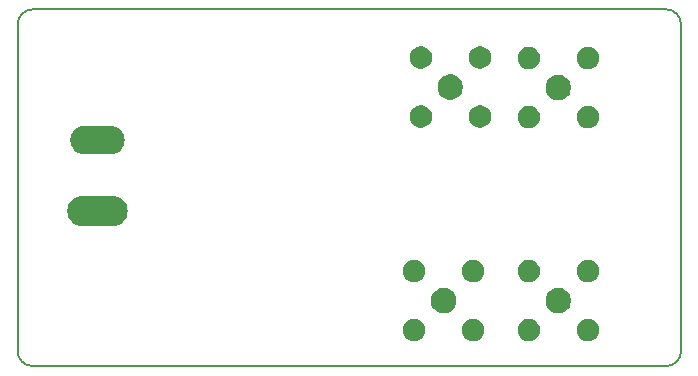
<source format=gbr>
G04 #@! TF.GenerationSoftware,KiCad,Pcbnew,(5.0.2)-1*
G04 #@! TF.CreationDate,2019-08-18T14:38:27-04:00*
G04 #@! TF.ProjectId,regulated-SEPIC-converter,72656775-6c61-4746-9564-2d5345504943,rev?*
G04 #@! TF.SameCoordinates,Original*
G04 #@! TF.FileFunction,Soldermask,Bot*
G04 #@! TF.FilePolarity,Negative*
%FSLAX46Y46*%
G04 Gerber Fmt 4.6, Leading zero omitted, Abs format (unit mm)*
G04 Created by KiCad (PCBNEW (5.0.2)-1) date 8/18/2019 2:38:27 PM*
%MOMM*%
%LPD*%
G01*
G04 APERTURE LIST*
%ADD10C,0.150000*%
%ADD11C,0.100000*%
G04 APERTURE END LIST*
D10*
X142989300Y-105346500D02*
X142989300Y-77724000D01*
X142989300Y-105346500D02*
G75*
G02X141693900Y-106641900I-1295400J0D01*
G01*
X141693900Y-76428600D02*
G75*
G02X142989300Y-77724000I0J-1295400D01*
G01*
X86804500Y-77724000D02*
G75*
G02X88099900Y-76428600I1295400J0D01*
G01*
X88099900Y-106641900D02*
G75*
G02X86804500Y-105346500I0J1295400D01*
G01*
X141693900Y-76428600D02*
X88099900Y-76428600D01*
X86804500Y-105346500D02*
X86804500Y-77724000D01*
X141693900Y-106641900D02*
X88099900Y-106641900D01*
D11*
G36*
X130365396Y-102677546D02*
X130538466Y-102749234D01*
X130694230Y-102853312D01*
X130826688Y-102985770D01*
X130930766Y-103141534D01*
X131002454Y-103314604D01*
X131039000Y-103498333D01*
X131039000Y-103685667D01*
X131002454Y-103869396D01*
X130930766Y-104042466D01*
X130826688Y-104198230D01*
X130694230Y-104330688D01*
X130538466Y-104434766D01*
X130365396Y-104506454D01*
X130181667Y-104543000D01*
X129994333Y-104543000D01*
X129810604Y-104506454D01*
X129637534Y-104434766D01*
X129481770Y-104330688D01*
X129349312Y-104198230D01*
X129245234Y-104042466D01*
X129173546Y-103869396D01*
X129137000Y-103685667D01*
X129137000Y-103498333D01*
X129173546Y-103314604D01*
X129245234Y-103141534D01*
X129349312Y-102985770D01*
X129481770Y-102853312D01*
X129637534Y-102749234D01*
X129810604Y-102677546D01*
X129994333Y-102641000D01*
X130181667Y-102641000D01*
X130365396Y-102677546D01*
X130365396Y-102677546D01*
G37*
G36*
X120662596Y-102677546D02*
X120835666Y-102749234D01*
X120991430Y-102853312D01*
X121123888Y-102985770D01*
X121227966Y-103141534D01*
X121299654Y-103314604D01*
X121336200Y-103498333D01*
X121336200Y-103685667D01*
X121299654Y-103869396D01*
X121227966Y-104042466D01*
X121123888Y-104198230D01*
X120991430Y-104330688D01*
X120835666Y-104434766D01*
X120662596Y-104506454D01*
X120478867Y-104543000D01*
X120291533Y-104543000D01*
X120107804Y-104506454D01*
X119934734Y-104434766D01*
X119778970Y-104330688D01*
X119646512Y-104198230D01*
X119542434Y-104042466D01*
X119470746Y-103869396D01*
X119434200Y-103685667D01*
X119434200Y-103498333D01*
X119470746Y-103314604D01*
X119542434Y-103141534D01*
X119646512Y-102985770D01*
X119778970Y-102853312D01*
X119934734Y-102749234D01*
X120107804Y-102677546D01*
X120291533Y-102641000D01*
X120478867Y-102641000D01*
X120662596Y-102677546D01*
X120662596Y-102677546D01*
G37*
G36*
X125662596Y-102677546D02*
X125835666Y-102749234D01*
X125991430Y-102853312D01*
X126123888Y-102985770D01*
X126227966Y-103141534D01*
X126299654Y-103314604D01*
X126336200Y-103498333D01*
X126336200Y-103685667D01*
X126299654Y-103869396D01*
X126227966Y-104042466D01*
X126123888Y-104198230D01*
X125991430Y-104330688D01*
X125835666Y-104434766D01*
X125662596Y-104506454D01*
X125478867Y-104543000D01*
X125291533Y-104543000D01*
X125107804Y-104506454D01*
X124934734Y-104434766D01*
X124778970Y-104330688D01*
X124646512Y-104198230D01*
X124542434Y-104042466D01*
X124470746Y-103869396D01*
X124434200Y-103685667D01*
X124434200Y-103498333D01*
X124470746Y-103314604D01*
X124542434Y-103141534D01*
X124646512Y-102985770D01*
X124778970Y-102853312D01*
X124934734Y-102749234D01*
X125107804Y-102677546D01*
X125291533Y-102641000D01*
X125478867Y-102641000D01*
X125662596Y-102677546D01*
X125662596Y-102677546D01*
G37*
G36*
X135365396Y-102677546D02*
X135538466Y-102749234D01*
X135694230Y-102853312D01*
X135826688Y-102985770D01*
X135930766Y-103141534D01*
X136002454Y-103314604D01*
X136039000Y-103498333D01*
X136039000Y-103685667D01*
X136002454Y-103869396D01*
X135930766Y-104042466D01*
X135826688Y-104198230D01*
X135694230Y-104330688D01*
X135538466Y-104434766D01*
X135365396Y-104506454D01*
X135181667Y-104543000D01*
X134994333Y-104543000D01*
X134810604Y-104506454D01*
X134637534Y-104434766D01*
X134481770Y-104330688D01*
X134349312Y-104198230D01*
X134245234Y-104042466D01*
X134173546Y-103869396D01*
X134137000Y-103685667D01*
X134137000Y-103498333D01*
X134173546Y-103314604D01*
X134245234Y-103141534D01*
X134349312Y-102985770D01*
X134481770Y-102853312D01*
X134637534Y-102749234D01*
X134810604Y-102677546D01*
X134994333Y-102641000D01*
X135181667Y-102641000D01*
X135365396Y-102677546D01*
X135365396Y-102677546D01*
G37*
G36*
X132745947Y-100026337D02*
X132901858Y-100057350D01*
X133097677Y-100138461D01*
X133097678Y-100138462D01*
X133273913Y-100256218D01*
X133423782Y-100406087D01*
X133423784Y-100406090D01*
X133541539Y-100582323D01*
X133622650Y-100778142D01*
X133664000Y-100986023D01*
X133664000Y-101197977D01*
X133622650Y-101405858D01*
X133541539Y-101601677D01*
X133541538Y-101601678D01*
X133423782Y-101777913D01*
X133273913Y-101927782D01*
X133273910Y-101927784D01*
X133097677Y-102045539D01*
X132901858Y-102126650D01*
X132745947Y-102157662D01*
X132693978Y-102168000D01*
X132482022Y-102168000D01*
X132430053Y-102157662D01*
X132274142Y-102126650D01*
X132078323Y-102045539D01*
X131902090Y-101927784D01*
X131902087Y-101927782D01*
X131752218Y-101777913D01*
X131634462Y-101601678D01*
X131634461Y-101601677D01*
X131553350Y-101405858D01*
X131512000Y-101197977D01*
X131512000Y-100986023D01*
X131553350Y-100778142D01*
X131634461Y-100582323D01*
X131752216Y-100406090D01*
X131752218Y-100406087D01*
X131902087Y-100256218D01*
X132078322Y-100138462D01*
X132078323Y-100138461D01*
X132274142Y-100057350D01*
X132430053Y-100026338D01*
X132482022Y-100016000D01*
X132693978Y-100016000D01*
X132745947Y-100026337D01*
X132745947Y-100026337D01*
G37*
G36*
X123043147Y-100026337D02*
X123199058Y-100057350D01*
X123394877Y-100138461D01*
X123394878Y-100138462D01*
X123571113Y-100256218D01*
X123720982Y-100406087D01*
X123720984Y-100406090D01*
X123838739Y-100582323D01*
X123919850Y-100778142D01*
X123961200Y-100986023D01*
X123961200Y-101197977D01*
X123919850Y-101405858D01*
X123838739Y-101601677D01*
X123838738Y-101601678D01*
X123720982Y-101777913D01*
X123571113Y-101927782D01*
X123571110Y-101927784D01*
X123394877Y-102045539D01*
X123199058Y-102126650D01*
X123043147Y-102157662D01*
X122991178Y-102168000D01*
X122779222Y-102168000D01*
X122727253Y-102157662D01*
X122571342Y-102126650D01*
X122375523Y-102045539D01*
X122199290Y-101927784D01*
X122199287Y-101927782D01*
X122049418Y-101777913D01*
X121931662Y-101601678D01*
X121931661Y-101601677D01*
X121850550Y-101405858D01*
X121809200Y-101197977D01*
X121809200Y-100986023D01*
X121850550Y-100778142D01*
X121931661Y-100582323D01*
X122049416Y-100406090D01*
X122049418Y-100406087D01*
X122199287Y-100256218D01*
X122375522Y-100138462D01*
X122375523Y-100138461D01*
X122571342Y-100057350D01*
X122727253Y-100026338D01*
X122779222Y-100016000D01*
X122991178Y-100016000D01*
X123043147Y-100026337D01*
X123043147Y-100026337D01*
G37*
G36*
X125662596Y-97677546D02*
X125835666Y-97749234D01*
X125991430Y-97853312D01*
X126123888Y-97985770D01*
X126227966Y-98141534D01*
X126299654Y-98314604D01*
X126336200Y-98498333D01*
X126336200Y-98685667D01*
X126299654Y-98869396D01*
X126227966Y-99042466D01*
X126123888Y-99198230D01*
X125991430Y-99330688D01*
X125835666Y-99434766D01*
X125662596Y-99506454D01*
X125478867Y-99543000D01*
X125291533Y-99543000D01*
X125107804Y-99506454D01*
X124934734Y-99434766D01*
X124778970Y-99330688D01*
X124646512Y-99198230D01*
X124542434Y-99042466D01*
X124470746Y-98869396D01*
X124434200Y-98685667D01*
X124434200Y-98498333D01*
X124470746Y-98314604D01*
X124542434Y-98141534D01*
X124646512Y-97985770D01*
X124778970Y-97853312D01*
X124934734Y-97749234D01*
X125107804Y-97677546D01*
X125291533Y-97641000D01*
X125478867Y-97641000D01*
X125662596Y-97677546D01*
X125662596Y-97677546D01*
G37*
G36*
X120662596Y-97677546D02*
X120835666Y-97749234D01*
X120991430Y-97853312D01*
X121123888Y-97985770D01*
X121227966Y-98141534D01*
X121299654Y-98314604D01*
X121336200Y-98498333D01*
X121336200Y-98685667D01*
X121299654Y-98869396D01*
X121227966Y-99042466D01*
X121123888Y-99198230D01*
X120991430Y-99330688D01*
X120835666Y-99434766D01*
X120662596Y-99506454D01*
X120478867Y-99543000D01*
X120291533Y-99543000D01*
X120107804Y-99506454D01*
X119934734Y-99434766D01*
X119778970Y-99330688D01*
X119646512Y-99198230D01*
X119542434Y-99042466D01*
X119470746Y-98869396D01*
X119434200Y-98685667D01*
X119434200Y-98498333D01*
X119470746Y-98314604D01*
X119542434Y-98141534D01*
X119646512Y-97985770D01*
X119778970Y-97853312D01*
X119934734Y-97749234D01*
X120107804Y-97677546D01*
X120291533Y-97641000D01*
X120478867Y-97641000D01*
X120662596Y-97677546D01*
X120662596Y-97677546D01*
G37*
G36*
X130365396Y-97677546D02*
X130538466Y-97749234D01*
X130694230Y-97853312D01*
X130826688Y-97985770D01*
X130930766Y-98141534D01*
X131002454Y-98314604D01*
X131039000Y-98498333D01*
X131039000Y-98685667D01*
X131002454Y-98869396D01*
X130930766Y-99042466D01*
X130826688Y-99198230D01*
X130694230Y-99330688D01*
X130538466Y-99434766D01*
X130365396Y-99506454D01*
X130181667Y-99543000D01*
X129994333Y-99543000D01*
X129810604Y-99506454D01*
X129637534Y-99434766D01*
X129481770Y-99330688D01*
X129349312Y-99198230D01*
X129245234Y-99042466D01*
X129173546Y-98869396D01*
X129137000Y-98685667D01*
X129137000Y-98498333D01*
X129173546Y-98314604D01*
X129245234Y-98141534D01*
X129349312Y-97985770D01*
X129481770Y-97853312D01*
X129637534Y-97749234D01*
X129810604Y-97677546D01*
X129994333Y-97641000D01*
X130181667Y-97641000D01*
X130365396Y-97677546D01*
X130365396Y-97677546D01*
G37*
G36*
X135365396Y-97677546D02*
X135538466Y-97749234D01*
X135694230Y-97853312D01*
X135826688Y-97985770D01*
X135930766Y-98141534D01*
X136002454Y-98314604D01*
X136039000Y-98498333D01*
X136039000Y-98685667D01*
X136002454Y-98869396D01*
X135930766Y-99042466D01*
X135826688Y-99198230D01*
X135694230Y-99330688D01*
X135538466Y-99434766D01*
X135365396Y-99506454D01*
X135181667Y-99543000D01*
X134994333Y-99543000D01*
X134810604Y-99506454D01*
X134637534Y-99434766D01*
X134481770Y-99330688D01*
X134349312Y-99198230D01*
X134245234Y-99042466D01*
X134173546Y-98869396D01*
X134137000Y-98685667D01*
X134137000Y-98498333D01*
X134173546Y-98314604D01*
X134245234Y-98141534D01*
X134349312Y-97985770D01*
X134481770Y-97853312D01*
X134637534Y-97749234D01*
X134810604Y-97677546D01*
X134994333Y-97641000D01*
X135181667Y-97641000D01*
X135365396Y-97677546D01*
X135365396Y-97677546D01*
G37*
G36*
X94935289Y-92201106D02*
X95078640Y-92215225D01*
X95323880Y-92289618D01*
X95323882Y-92289619D01*
X95549896Y-92410426D01*
X95747997Y-92573003D01*
X95910574Y-92771104D01*
X95910575Y-92771106D01*
X96031382Y-92997120D01*
X96105775Y-93242360D01*
X96130894Y-93497400D01*
X96105775Y-93752440D01*
X96031382Y-93997680D01*
X96031381Y-93997682D01*
X95910574Y-94223696D01*
X95747997Y-94421797D01*
X95549896Y-94584374D01*
X95549894Y-94584375D01*
X95323880Y-94705182D01*
X95078640Y-94779575D01*
X94935289Y-94793694D01*
X94887506Y-94798400D01*
X92259694Y-94798400D01*
X92211911Y-94793694D01*
X92068560Y-94779575D01*
X91823320Y-94705182D01*
X91597306Y-94584375D01*
X91597304Y-94584374D01*
X91399203Y-94421797D01*
X91236626Y-94223696D01*
X91115819Y-93997682D01*
X91115818Y-93997680D01*
X91041425Y-93752440D01*
X91016306Y-93497400D01*
X91041425Y-93242360D01*
X91115818Y-92997120D01*
X91236625Y-92771106D01*
X91236626Y-92771104D01*
X91399203Y-92573003D01*
X91597304Y-92410426D01*
X91823318Y-92289619D01*
X91823320Y-92289618D01*
X92068560Y-92215225D01*
X92211911Y-92201106D01*
X92259694Y-92196400D01*
X94887506Y-92196400D01*
X94935289Y-92201106D01*
X94935289Y-92201106D01*
G37*
G36*
X94929136Y-86338416D02*
X95150813Y-86405661D01*
X95355112Y-86514861D01*
X95534181Y-86661819D01*
X95681139Y-86840888D01*
X95790339Y-87045187D01*
X95857584Y-87266864D01*
X95880290Y-87497400D01*
X95857584Y-87727936D01*
X95790339Y-87949613D01*
X95681139Y-88153912D01*
X95534181Y-88332981D01*
X95355112Y-88479939D01*
X95150813Y-88589139D01*
X94929136Y-88656384D01*
X94756371Y-88673400D01*
X92390829Y-88673400D01*
X92218064Y-88656384D01*
X91996387Y-88589139D01*
X91792088Y-88479939D01*
X91613019Y-88332981D01*
X91466061Y-88153912D01*
X91356861Y-87949613D01*
X91289616Y-87727936D01*
X91266910Y-87497400D01*
X91289616Y-87266864D01*
X91356861Y-87045187D01*
X91466061Y-86840888D01*
X91613019Y-86661819D01*
X91792088Y-86514861D01*
X91996387Y-86405661D01*
X92218064Y-86338416D01*
X92390829Y-86321400D01*
X94756371Y-86321400D01*
X94929136Y-86338416D01*
X94929136Y-86338416D01*
G37*
G36*
X135365396Y-84643546D02*
X135538466Y-84715234D01*
X135694230Y-84819312D01*
X135826688Y-84951770D01*
X135930766Y-85107534D01*
X136002454Y-85280604D01*
X136039000Y-85464333D01*
X136039000Y-85651667D01*
X136002454Y-85835396D01*
X135930766Y-86008466D01*
X135826688Y-86164230D01*
X135694230Y-86296688D01*
X135538466Y-86400766D01*
X135365396Y-86472454D01*
X135181667Y-86509000D01*
X134994333Y-86509000D01*
X134810604Y-86472454D01*
X134637534Y-86400766D01*
X134481770Y-86296688D01*
X134349312Y-86164230D01*
X134245234Y-86008466D01*
X134173546Y-85835396D01*
X134137000Y-85651667D01*
X134137000Y-85464333D01*
X134173546Y-85280604D01*
X134245234Y-85107534D01*
X134349312Y-84951770D01*
X134481770Y-84819312D01*
X134637534Y-84715234D01*
X134810604Y-84643546D01*
X134994333Y-84607000D01*
X135181667Y-84607000D01*
X135365396Y-84643546D01*
X135365396Y-84643546D01*
G37*
G36*
X130365396Y-84643546D02*
X130538466Y-84715234D01*
X130694230Y-84819312D01*
X130826688Y-84951770D01*
X130930766Y-85107534D01*
X131002454Y-85280604D01*
X131039000Y-85464333D01*
X131039000Y-85651667D01*
X131002454Y-85835396D01*
X130930766Y-86008466D01*
X130826688Y-86164230D01*
X130694230Y-86296688D01*
X130538466Y-86400766D01*
X130365396Y-86472454D01*
X130181667Y-86509000D01*
X129994333Y-86509000D01*
X129810604Y-86472454D01*
X129637534Y-86400766D01*
X129481770Y-86296688D01*
X129349312Y-86164230D01*
X129245234Y-86008466D01*
X129173546Y-85835396D01*
X129137000Y-85651667D01*
X129137000Y-85464333D01*
X129173546Y-85280604D01*
X129245234Y-85107534D01*
X129349312Y-84951770D01*
X129481770Y-84819312D01*
X129637534Y-84715234D01*
X129810604Y-84643546D01*
X129994333Y-84607000D01*
X130181667Y-84607000D01*
X130365396Y-84643546D01*
X130365396Y-84643546D01*
G37*
G36*
X126221396Y-84592746D02*
X126394466Y-84664434D01*
X126550230Y-84768512D01*
X126682688Y-84900970D01*
X126786766Y-85056734D01*
X126858454Y-85229804D01*
X126895000Y-85413533D01*
X126895000Y-85600867D01*
X126858454Y-85784596D01*
X126786766Y-85957666D01*
X126682688Y-86113430D01*
X126550230Y-86245888D01*
X126394466Y-86349966D01*
X126221396Y-86421654D01*
X126037667Y-86458200D01*
X125850333Y-86458200D01*
X125666604Y-86421654D01*
X125493534Y-86349966D01*
X125337770Y-86245888D01*
X125205312Y-86113430D01*
X125101234Y-85957666D01*
X125029546Y-85784596D01*
X124993000Y-85600867D01*
X124993000Y-85413533D01*
X125029546Y-85229804D01*
X125101234Y-85056734D01*
X125205312Y-84900970D01*
X125337770Y-84768512D01*
X125493534Y-84664434D01*
X125666604Y-84592746D01*
X125850333Y-84556200D01*
X126037667Y-84556200D01*
X126221396Y-84592746D01*
X126221396Y-84592746D01*
G37*
G36*
X121221396Y-84592746D02*
X121394466Y-84664434D01*
X121550230Y-84768512D01*
X121682688Y-84900970D01*
X121786766Y-85056734D01*
X121858454Y-85229804D01*
X121895000Y-85413533D01*
X121895000Y-85600867D01*
X121858454Y-85784596D01*
X121786766Y-85957666D01*
X121682688Y-86113430D01*
X121550230Y-86245888D01*
X121394466Y-86349966D01*
X121221396Y-86421654D01*
X121037667Y-86458200D01*
X120850333Y-86458200D01*
X120666604Y-86421654D01*
X120493534Y-86349966D01*
X120337770Y-86245888D01*
X120205312Y-86113430D01*
X120101234Y-85957666D01*
X120029546Y-85784596D01*
X119993000Y-85600867D01*
X119993000Y-85413533D01*
X120029546Y-85229804D01*
X120101234Y-85056734D01*
X120205312Y-84900970D01*
X120337770Y-84768512D01*
X120493534Y-84664434D01*
X120666604Y-84592746D01*
X120850333Y-84556200D01*
X121037667Y-84556200D01*
X121221396Y-84592746D01*
X121221396Y-84592746D01*
G37*
G36*
X132745947Y-81992338D02*
X132901858Y-82023350D01*
X133097677Y-82104461D01*
X133097678Y-82104462D01*
X133273913Y-82222218D01*
X133423782Y-82372087D01*
X133423784Y-82372090D01*
X133541539Y-82548323D01*
X133622650Y-82744142D01*
X133664000Y-82952023D01*
X133664000Y-83163977D01*
X133622650Y-83371858D01*
X133541539Y-83567677D01*
X133541538Y-83567678D01*
X133423782Y-83743913D01*
X133273913Y-83893782D01*
X133273910Y-83893784D01*
X133097677Y-84011539D01*
X132901858Y-84092650D01*
X132745947Y-84123663D01*
X132693978Y-84134000D01*
X132482022Y-84134000D01*
X132430053Y-84123662D01*
X132274142Y-84092650D01*
X132078323Y-84011539D01*
X131902090Y-83893784D01*
X131902087Y-83893782D01*
X131752218Y-83743913D01*
X131634462Y-83567678D01*
X131634461Y-83567677D01*
X131553350Y-83371858D01*
X131512000Y-83163977D01*
X131512000Y-82952023D01*
X131553350Y-82744142D01*
X131634461Y-82548323D01*
X131752216Y-82372090D01*
X131752218Y-82372087D01*
X131902087Y-82222218D01*
X132078322Y-82104462D01*
X132078323Y-82104461D01*
X132274142Y-82023350D01*
X132430053Y-81992338D01*
X132482022Y-81982000D01*
X132693978Y-81982000D01*
X132745947Y-81992338D01*
X132745947Y-81992338D01*
G37*
G36*
X123601947Y-81941538D02*
X123757858Y-81972550D01*
X123953677Y-82053661D01*
X124029706Y-82104462D01*
X124129913Y-82171418D01*
X124279782Y-82321287D01*
X124279784Y-82321290D01*
X124397539Y-82497523D01*
X124478650Y-82693342D01*
X124520000Y-82901223D01*
X124520000Y-83113177D01*
X124478650Y-83321058D01*
X124397539Y-83516877D01*
X124363595Y-83567678D01*
X124279782Y-83693113D01*
X124129913Y-83842982D01*
X124129910Y-83842984D01*
X123953677Y-83960739D01*
X123757858Y-84041850D01*
X123601947Y-84072863D01*
X123549978Y-84083200D01*
X123338022Y-84083200D01*
X123286053Y-84072863D01*
X123130142Y-84041850D01*
X122934323Y-83960739D01*
X122758090Y-83842984D01*
X122758087Y-83842982D01*
X122608218Y-83693113D01*
X122524405Y-83567678D01*
X122490461Y-83516877D01*
X122409350Y-83321058D01*
X122368000Y-83113177D01*
X122368000Y-82901223D01*
X122409350Y-82693342D01*
X122490461Y-82497523D01*
X122608216Y-82321290D01*
X122608218Y-82321287D01*
X122758087Y-82171418D01*
X122858294Y-82104462D01*
X122934323Y-82053661D01*
X123130142Y-81972550D01*
X123286053Y-81941538D01*
X123338022Y-81931200D01*
X123549978Y-81931200D01*
X123601947Y-81941538D01*
X123601947Y-81941538D01*
G37*
G36*
X130365396Y-79643546D02*
X130538466Y-79715234D01*
X130694230Y-79819312D01*
X130826688Y-79951770D01*
X130930766Y-80107534D01*
X131002454Y-80280604D01*
X131039000Y-80464333D01*
X131039000Y-80651667D01*
X131002454Y-80835396D01*
X130930766Y-81008466D01*
X130826688Y-81164230D01*
X130694230Y-81296688D01*
X130538466Y-81400766D01*
X130365396Y-81472454D01*
X130181667Y-81509000D01*
X129994333Y-81509000D01*
X129810604Y-81472454D01*
X129637534Y-81400766D01*
X129481770Y-81296688D01*
X129349312Y-81164230D01*
X129245234Y-81008466D01*
X129173546Y-80835396D01*
X129137000Y-80651667D01*
X129137000Y-80464333D01*
X129173546Y-80280604D01*
X129245234Y-80107534D01*
X129349312Y-79951770D01*
X129481770Y-79819312D01*
X129637534Y-79715234D01*
X129810604Y-79643546D01*
X129994333Y-79607000D01*
X130181667Y-79607000D01*
X130365396Y-79643546D01*
X130365396Y-79643546D01*
G37*
G36*
X135365396Y-79643546D02*
X135538466Y-79715234D01*
X135694230Y-79819312D01*
X135826688Y-79951770D01*
X135930766Y-80107534D01*
X136002454Y-80280604D01*
X136039000Y-80464333D01*
X136039000Y-80651667D01*
X136002454Y-80835396D01*
X135930766Y-81008466D01*
X135826688Y-81164230D01*
X135694230Y-81296688D01*
X135538466Y-81400766D01*
X135365396Y-81472454D01*
X135181667Y-81509000D01*
X134994333Y-81509000D01*
X134810604Y-81472454D01*
X134637534Y-81400766D01*
X134481770Y-81296688D01*
X134349312Y-81164230D01*
X134245234Y-81008466D01*
X134173546Y-80835396D01*
X134137000Y-80651667D01*
X134137000Y-80464333D01*
X134173546Y-80280604D01*
X134245234Y-80107534D01*
X134349312Y-79951770D01*
X134481770Y-79819312D01*
X134637534Y-79715234D01*
X134810604Y-79643546D01*
X134994333Y-79607000D01*
X135181667Y-79607000D01*
X135365396Y-79643546D01*
X135365396Y-79643546D01*
G37*
G36*
X126221396Y-79592746D02*
X126394466Y-79664434D01*
X126550230Y-79768512D01*
X126682688Y-79900970D01*
X126786766Y-80056734D01*
X126858454Y-80229804D01*
X126895000Y-80413533D01*
X126895000Y-80600867D01*
X126858454Y-80784596D01*
X126786766Y-80957666D01*
X126682688Y-81113430D01*
X126550230Y-81245888D01*
X126394466Y-81349966D01*
X126221396Y-81421654D01*
X126037667Y-81458200D01*
X125850333Y-81458200D01*
X125666604Y-81421654D01*
X125493534Y-81349966D01*
X125337770Y-81245888D01*
X125205312Y-81113430D01*
X125101234Y-80957666D01*
X125029546Y-80784596D01*
X124993000Y-80600867D01*
X124993000Y-80413533D01*
X125029546Y-80229804D01*
X125101234Y-80056734D01*
X125205312Y-79900970D01*
X125337770Y-79768512D01*
X125493534Y-79664434D01*
X125666604Y-79592746D01*
X125850333Y-79556200D01*
X126037667Y-79556200D01*
X126221396Y-79592746D01*
X126221396Y-79592746D01*
G37*
G36*
X121221396Y-79592746D02*
X121394466Y-79664434D01*
X121550230Y-79768512D01*
X121682688Y-79900970D01*
X121786766Y-80056734D01*
X121858454Y-80229804D01*
X121895000Y-80413533D01*
X121895000Y-80600867D01*
X121858454Y-80784596D01*
X121786766Y-80957666D01*
X121682688Y-81113430D01*
X121550230Y-81245888D01*
X121394466Y-81349966D01*
X121221396Y-81421654D01*
X121037667Y-81458200D01*
X120850333Y-81458200D01*
X120666604Y-81421654D01*
X120493534Y-81349966D01*
X120337770Y-81245888D01*
X120205312Y-81113430D01*
X120101234Y-80957666D01*
X120029546Y-80784596D01*
X119993000Y-80600867D01*
X119993000Y-80413533D01*
X120029546Y-80229804D01*
X120101234Y-80056734D01*
X120205312Y-79900970D01*
X120337770Y-79768512D01*
X120493534Y-79664434D01*
X120666604Y-79592746D01*
X120850333Y-79556200D01*
X121037667Y-79556200D01*
X121221396Y-79592746D01*
X121221396Y-79592746D01*
G37*
M02*

</source>
